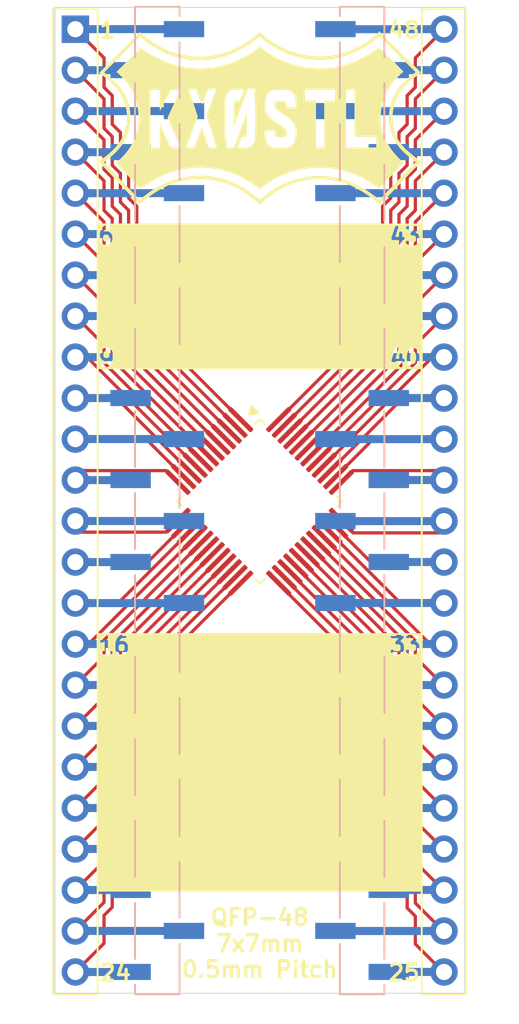
<source format=kicad_pcb>
(kicad_pcb (version 20241229) (generator "pcbnew") (generator_version "9.0")
  (layers (0 "F.Cu" signal) (2 "B.Cu" signal) (13 "F.Paste" user) (15 "B.Paste" user) (5 "F.SilkS" user "F.Silkscreen") (7 "B.SilkS" user "B.Silkscreen") (1 "F.Mask" user) (3 "B.Mask" user) (25 "Edge.Cuts" user))
  (net 0 "")
  (net 1 "/27")
  (net 2 "/10")
  (net 3 "/3")
  (net 4 "/6")
  (net 5 "/8")
  (net 6 "/1")
  (net 7 "/31")
  (net 8 "/7")
  (net 9 "/28")
  (net 10 "/2")
  (net 11 "/32")
  (net 12 "/24")
  (net 13 "/23")
  (net 14 "/19")
  (net 15 "/20")
  (net 16 "/18")
  (net 17 "/9")
  (net 18 "/14")
  (net 19 "/34")
  (net 20 "/26")
  (net 21 "/21")
  (net 22 "/16")
  (net 23 "/29")
  (net 24 "/15")
  (net 25 "/25")
  (net 26 "/30")
  (net 27 "/33")
  (net 28 "/17")
  (net 29 "/5")
  (net 30 "/4")
  (net 31 "/13")
  (net 32 "/12")
  (net 33 "/11")
  (net 34 "/22")
  (net 35 "/43")
  (net 36 "/40")
  (net 37 "/41")
  (net 38 "/48")
  (net 39 "/35")
  (net 40 "/37")
  (net 41 "/45")
  (net 42 "/47")
  (net 43 "/39")
  (net 44 "/46")
  (net 45 "/44")
  (net 46 "/42")
  (net 47 "/38")
  (net 48 "/36")
  (footprint "Package_QFP:LQFP-48_7x7mm_P0.5mm" (layer "F.Cu") (at 138.43 120.65 -45)
    (property "Reference" "U101" (hide yes))
    (property "Value" "QFN-48")
  )
  (footprint "libraries:LogoSmall" (layer "F.Cu") (at 138.430934 96.897121)
    (property "Reference" "G***" (hide yes))
    (property "Value" "LOGO" (hide yes))
  )
  (footprint "Connector_PinHeader_2.54mm:PinHeader_1x24_P2.54mm_Vertical" (layer "F.Cu") (at 127 91.392144)
    (property "Reference" "J101" (hide yes))
    (property "Value" "Conn_01x26")
  )
  (footprint "Connector_PinHeader_2.54mm:PinHeader_1x24_P2.54mm_Vertical" (layer "F.Cu") (at 149.86 91.392144)
    (property "Reference" "J102" (hide yes))
    (property "Value" "Conn_01x26")
  )
  (footprint "Connector_PinHeader_2.54mm:PinHeader_1x24_P2.54mm_Vertical_SMD_Pin1Left" (layer "B.Cu") (at 132.08 120.597144 180)
    (property "Reference" "J103" (hide yes))
    (property "Value" "Conn_01x26" (hide yes))
  )
  (footprint "Connector_PinHeader_2.54mm:PinHeader_1x24_P2.54mm_Vertical_SMD_Pin1Right" (layer "B.Cu") (at 144.78 120.597144 180)
    (property "Reference" "J104" (hide yes))
    (property "Value" "Conn_01x26" (hide yes))
  )
  (gr_rect (start 130.357355 106.256355) (end 146.453355 112.403355) (stroke (width 0.1)) (fill yes) (layer "F.SilkS"))
  (gr_rect (start 128.397 130.272) (end 148.463 144.78) (stroke (width 0.1)) (fill yes) (layer "F.SilkS"))
  (gr_rect (start 129.387 103.48) (end 146.483 112.421) (stroke (width 0.1)) (fill yes) (layer "F.SilkS"))
  (gr_rect (start 130.362 128.863) (end 146.418 135.01) (stroke (width 0.1)) (fill yes) (layer "F.SilkS"))
  (gr_rect (start 128.397 104.858) (end 148.463 111.0235) (stroke (width 0.1)) (fill yes) (layer "F.SilkS"))
  (gr_rect (start 125.73 90.043) (end 151.13 151.13) (stroke (width 0.05)) (fill no) (layer "Edge.Cuts"))
  (gr_text "33" (at 148.544181 129.575964 0) (layer "F.SilkS" knockout) (effects (font (size 1 1) (thickness 0.2) (bold yes)) (justify right)))
  (gr_text "48" (at 148.463 91.44 0) (layer "F.SilkS") (effects (font (size 1 1) (thickness 0.2) (bold yes)) (justify right)))
  (gr_text "25" (at 148.463 149.86 0) (layer "F.SilkS") (effects (font (size 1 1) (thickness 0.2) (bold yes)) (justify right)))
  (gr_text "9" (at 128.32 111.79 0) (layer "F.SilkS" knockout) (effects (font (size 1 1) (thickness 0.2) (bold yes)) (justify left)))
  (gr_text "QFP-48\n7x7mm\n0.5mm Pitch" (at 138.43 150.241 0) (layer "F.SilkS") (effects (font (size 1 1) (thickness 0.2) (bold yes)) (justify bottom)))
  (gr_text "43" (at 148.54 104.24 0) (layer "F.SilkS" knockout) (effects (font (size 1 1) (thickness 0.2) (bold yes)) (justify right)))
  (gr_text "16" (at 128.31 129.57 0) (layer "F.SilkS" knockout) (effects (font (size 1 1) (thickness 0.2) (bold yes)) (justify left)))
  (gr_text "6" (at 128.3 104.19 0) (layer "F.SilkS" knockout) (effects (font (size 1 1) (thickness 0.2) (bold yes)) (justify left)))
  (gr_text "40" (at 148.55 111.79 0) (layer "F.SilkS" knockout) (effects (font (size 1 1) (thickness 0.2) (bold yes)) (justify right)))
  (gr_text "1" (at 128.397 91.44 0) (layer "F.SilkS") (effects (font (size 1 1) (thickness 0.2) (bold yes)) (justify left)))
  (gr_text "24" (at 128.397 149.86 0) (layer "F.SilkS") (effects (font (size 1 1) (thickness 0.2) (bold yes)) (justify left)))
  (segment (start 148.082 141.271856) (end 148.082 143.002) (width 0.2) (layer "F.Cu") (net 1))
  (segment (start 146.558 136.191856) (end 147.066 136.699856) (width 0.2) (layer "F.Cu") (net 1))
  (segment (start 147.574 138.985856) (end 147.574 140.763856) (width 0.2) (layer "F.Cu") (net 1))
  (segment (start 140.312672 125.055402) (end 145.542 130.28473) (width 0.2) (layer "F.Cu") (net 1))
  (segment (start 145.542 131.619856) (end 146.05 132.127856) (width 0.2) (layer "F.Cu") (net 1))
  (segment (start 145.542 130.28473) (end 145.542 131.619856) (width 0.2) (layer "F.Cu") (net 1))
  (segment (start 147.066 138.477856) (end 147.574 138.985856) (width 0.2) (layer "F.Cu") (net 1))
  (segment (start 147.574 140.763856) (end 148.082 141.271856) (width 0.2) (layer "F.Cu") (net 1))
  (segment (start 146.05 133.905856) (end 146.558 134.413856) (width 0.2) (layer "F.Cu") (net 1))
  (segment (start 148.082 143.002) (end 149.86 144.78) (width 0.2) (layer "F.Cu") (net 1))
  (segment (start 146.558 134.413856) (end 146.558 136.191856) (width 0.2) (layer "F.Cu") (net 1))
  (segment (start 147.066 136.699856) (end 147.066 138.477856) (width 0.2) (layer "F.Cu") (net 1))
  (segment (start 146.05 132.127856) (end 146.05 133.905856) (width 0.2) (layer "F.Cu") (net 1))
  (segment (start 146.435 144.727144) (end 149.855 144.727144) (width 0.5) (layer "B.Cu") (net 1))
  (segment (start 149.855 144.727144) (end 149.86 144.732144) (width 0.5) (layer "B.Cu") (net 1))
  (segment (start 134.072454 118.767328) (end 129.55727 114.252144) (width 0.2) (layer "F.Cu") (net 2))
  (segment (start 129.55727 114.252144) (end 127 114.252144) (width 0.2) (layer "F.Cu") (net 2))
  (segment (start 127.005 114.247144) (end 127 114.252144) (width 0.5) (layer "B.Cu") (net 2))
  (segment (start 130.425 114.247144) (end 127.005 114.247144) (width 0.5) (layer "B.Cu") (net 2))
  (segment (start 131.318 111.063126) (end 131.318 109.728) (width 0.2) (layer "F.Cu") (net 3))
  (segment (start 130.302 105.156) (end 129.794 104.648) (width 0.2) (layer "F.Cu") (net 3))
  (segment (start 130.81 109.22) (end 130.81 107.442) (width 0.2) (layer "F.Cu") (net 3))
  (segment (start 136.547328 116.292454) (end 131.318 111.063126) (width 0.2) (layer "F.Cu") (net 3))
  (segment (start 129.794 104.648) (end 129.794 102.87) (width 0.2) (layer "F.Cu") (net 3))
  (segment (start 129.794 102.87) (end 129.286 102.362) (width 0.2) (layer "F.Cu") (net 3))
  (segment (start 129.286 100.584) (end 128.778 100.076) (width 0.2) (layer "F.Cu") (net 3))
  (segment (start 130.81 107.442) (end 130.302 106.934) (width 0.2) (layer "F.Cu") (net 3))
  (segment (start 129.286 102.362) (end 129.286 100.584) (width 0.2) (layer "F.Cu") (net 3))
  (segment (start 128.778 100.076) (end 128.778 98.250144) (width 0.2) (layer "F.Cu") (net 3))
  (segment (start 130.302 106.934) (end 130.302 105.156) (width 0.2) (layer "F.Cu") (net 3))
  (segment (start 131.318 109.728) (end 130.81 109.22) (width 0.2) (layer "F.Cu") (net 3))
  (segment (start 128.778 98.250144) (end 127 96.472144) (width 0.2) (layer "F.Cu") (net 3))
  (segment (start 127.005 96.467144) (end 127 96.472144) (width 0.5) (layer "B.Cu") (net 3))
  (segment (start 133.735 96.467144) (end 127.005 96.467144) (width 0.5) (layer "B.Cu") (net 3))
  (segment (start 128.778 105.870144) (end 127 104.092144) (width 0.2) (layer "F.Cu") (net 4))
  (segment (start 129.794 111.660447) (end 129.794 110.49) (width 0.2) (layer "F.Cu") (net 4))
  (segment (start 135.486668 117.353115) (end 129.794 111.660447) (width 0.2) (layer "F.Cu") (net 4))
  (segment (start 129.794 110.49) (end 129.286 109.982) (width 0.2) (layer "F.Cu") (net 4))
  (segment (start 128.778 107.696) (end 128.778 105.870144) (width 0.2) (layer "F.Cu") (net 4))
  (segment (start 129.286 108.204) (end 128.778 107.696) (width 0.2) (layer "F.Cu") (net 4))
  (segment (start 129.286 109.982) (end 129.286 108.204) (width 0.2) (layer "F.Cu") (net 4))
  (segment (start 127.005 104.087144) (end 127 104.092144) (width 0.5) (layer "B.Cu") (net 4))
  (segment (start 130.425 104.087144) (end 127.005 104.087144) (width 0.5) (layer "B.Cu") (net 4))
  (segment (start 134.779561 118.060221) (end 128.778 112.05866) (width 0.2) (layer "F.Cu") (net 5))
  (segment (start 128.778 112.05866) (end 128.778 110.950144) (width 0.2) (layer "F.Cu") (net 5))
  (segment (start 128.778 110.950144) (end 127 109.172144) (width 0.2) (layer "F.Cu") (net 5))
  (segment (start 130.425 109.167144) (end 127.005 109.167144) (width 0.5) (layer "B.Cu") (net 5))
  (segment (start 127.005 109.167144) (end 127 109.172144) (width 0.5) (layer "B.Cu") (net 5))
  (segment (start 137.254435 115.585348) (end 132.334 110.664913) (width 0.2) (layer "F.Cu") (net 6))
  (segment (start 130.302 100.076) (end 129.794 99.568) (width 0.2) (layer "F.Cu") (net 6))
  (segment (start 131.826 106.934) (end 131.318 106.426) (width 0.2) (layer "F.Cu") (net 6))
  (segment (start 130.81 104.14) (end 130.81 102.362) (width 0.2) (layer "F.Cu") (net 6))
  (segment (start 131.826 108.712) (end 131.826 106.934) (width 0.2) (layer "F.Cu") (net 6))
  (segment (start 128.778 93.170144) (end 127 91.392144) (width 0.2) (layer "F.Cu") (net 6))
  (segment (start 131.318 106.426) (end 131.318 104.648) (width 0.2) (layer "F.Cu") (net 6))
  (segment (start 128.778 94.996) (end 128.778 93.170144) (width 0.2) (layer "F.Cu") (net 6))
  (segment (start 129.286 97.282) (end 129.286 95.504) (width 0.2) (layer "F.Cu") (net 6))
  (segment (start 131.318 104.648) (end 130.81 104.14) (width 0.2) (layer "F.Cu") (net 6))
  (segment (start 130.81 102.362) (end 130.302 101.854) (width 0.2) (layer "F.Cu") (net 6))
  (segment (start 130.302 101.854) (end 130.302 100.076) (width 0.2) (layer "F.Cu") (net 6))
  (segment (start 129.794 97.79) (end 129.286 97.282) (width 0.2) (layer "F.Cu") (net 6))
  (segment (start 129.794 99.568) (end 129.794 97.79) (width 0.2) (layer "F.Cu") (net 6))
  (segment (start 132.334 109.22) (end 131.826 108.712) (width 0.2) (layer "F.Cu") (net 6))
  (segment (start 129.286 95.504) (end 128.778 94.996) (width 0.2) (layer "F.Cu") (net 6))
  (segment (start 132.334 110.664913) (end 132.334 109.22) (width 0.2) (layer "F.Cu") (net 6))
  (segment (start 133.735 91.387144) (end 127.005 91.387144) (width 0.5) (layer "B.Cu") (net 6))
  (segment (start 127.005 91.387144) (end 127 91.392144) (width 0.5) (layer "B.Cu") (net 6))
  (segment (start 147.574 130.603856) (end 148.082 131.111856) (width 0.2) (layer "F.Cu") (net 7))
  (segment (start 141.726885 123.641188) (end 147.574 129.488303) (width 0.2) (layer "F.Cu") (net 7))
  (segment (start 148.082 132.842) (end 149.86 134.62) (width 0.2) (layer "F.Cu") (net 7))
  (segment (start 147.574 129.488303) (end 147.574 130.603856) (width 0.2) (layer "F.Cu") (net 7))
  (segment (start 148.082 131.111856) (end 148.082 132.842) (width 0.2) (layer "F.Cu") (net 7))
  (segment (start 149.855 134.567144) (end 149.86 134.572144) (width 0.5) (layer "B.Cu") (net 7))
  (segment (start 146.435 134.567144) (end 149.855 134.567144) (width 0.5) (layer "B.Cu") (net 7))
  (segment (start 135.133115 117.706668) (end 129.286 111.859553) (width 0.2) (layer "F.Cu") (net 8))
  (segment (start 129.286 110.744) (end 128.778 110.236) (width 0.2) (layer "F.Cu") (net 8))
  (segment (start 129.286 111.859553) (end 129.286 110.744) (width 0.2) (layer "F.Cu") (net 8))
  (segment (start 128.778 108.410144) (end 127 106.632144) (width 0.2) (layer "F.Cu") (net 8))
  (segment (start 128.778 110.236) (end 128.778 108.410144) (width 0.2) (layer "F.Cu") (net 8))
  (segment (start 127 106.632144) (end 133.73 106.632144) (width 0.5) (layer "B.Cu") (net 8))
  (segment (start 133.73 106.632144) (end 133.735 106.627144) (width 0.5) (layer "B.Cu") (net 8))
  (segment (start 147.066 135.937856) (end 147.574 136.445856) (width 0.2) (layer "F.Cu") (net 9))
  (segment (start 147.574 138.223856) (end 148.082 138.731856) (width 0.2) (layer "F.Cu") (net 9))
  (segment (start 148.082 138.731856) (end 148.082 140.462) (width 0.2) (layer "F.Cu") (net 9))
  (segment (start 146.05 131.365856) (end 146.558 131.873856) (width 0.2) (layer "F.Cu") (net 9))
  (segment (start 146.05 130.085621) (end 146.05 131.365856) (width 0.2) (layer "F.Cu") (net 9))
  (segment (start 140.666226 124.701847) (end 146.05 130.085621) (width 0.2) (layer "F.Cu") (net 9))
  (segment (start 147.574 136.445856) (end 147.574 138.223856) (width 0.2) (layer "F.Cu") (net 9))
  (segment (start 146.558 131.873856) (end 146.558 133.651856) (width 0.2) (layer "F.Cu") (net 9))
  (segment (start 147.066 134.159856) (end 147.066 135.937856) (width 0.2) (layer "F.Cu") (net 9))
  (segment (start 148.082 140.462) (end 149.86 142.24) (width 0.2) (layer "F.Cu") (net 9))
  (segment (start 146.558 133.651856) (end 147.066 134.159856) (width 0.2) (layer "F.Cu") (net 9))
  (segment (start 149.855 142.187144) (end 149.86 142.192144) (width 0.5) (layer "B.Cu") (net 9))
  (segment (start 143.125 142.187144) (end 149.855 142.187144) (width 0.5) (layer "B.Cu") (net 9))
  (segment (start 129.286 99.822) (end 129.286 98.044) (width 0.2) (layer "F.Cu") (net 10))
  (segment (start 128.778 97.536) (end 128.778 95.710144) (width 0.2) (layer "F.Cu") (net 10))
  (segment (start 136.900882 115.938901) (end 131.826 110.864019) (width 0.2) (layer "F.Cu") (net 10))
  (segment (start 130.81 104.902) (end 130.302 104.394) (width 0.2) (layer "F.Cu") (net 10))
  (segment (start 130.81 106.68) (end 130.81 104.902) (width 0.2) (layer "F.Cu") (net 10))
  (segment (start 129.286 98.044) (end 128.778 97.536) (width 0.2) (layer "F.Cu") (net 10))
  (segment (start 129.794 100.33) (end 129.286 99.822) (width 0.2) (layer "F.Cu") (net 10))
  (segment (start 130.302 102.616) (end 129.794 102.108) (width 0.2) (layer "F.Cu") (net 10))
  (segment (start 131.826 110.864019) (end 131.826 109.474) (width 0.2) (layer "F.Cu") (net 10))
  (segment (start 128.778 95.710144) (end 127 93.932144) (width 0.2) (layer "F.Cu") (net 10))
  (segment (start 130.302 104.394) (end 130.302 102.616) (width 0.2) (layer "F.Cu") (net 10))
  (segment (start 129.794 102.108) (end 129.794 100.33) (width 0.2) (layer "F.Cu") (net 10))
  (segment (start 131.318 108.966) (end 131.318 107.188) (width 0.2) (layer "F.Cu") (net 10))
  (segment (start 131.826 109.474) (end 131.318 108.966) (width 0.2) (layer "F.Cu") (net 10))
  (segment (start 131.318 107.188) (end 130.81 106.68) (width 0.2) (layer "F.Cu") (net 10))
  (segment (start 127 93.932144) (end 130.42 93.932144) (width 0.5) (layer "B.Cu") (net 10))
  (segment (start 130.42 93.932144) (end 130.425 93.927144) (width 0.5) (layer "B.Cu") (net 10))
  (segment (start 148.082 129.289196) (end 148.082 130.302) (width 0.2) (layer "F.Cu") (net 11))
  (segment (start 142.080439 123.287635) (end 148.082 129.289196) (width 0.2) (layer "F.Cu") (net 11))
  (segment (start 148.082 130.302) (end 149.86 132.08) (width 0.2) (layer "F.Cu") (net 11))
  (segment (start 149.86 132.032144) (end 143.13 132.032144) (width 0.5) (layer "B.Cu") (net 11))
  (segment (start 143.13 132.032144) (end 143.125 132.027144) (width 0.5) (layer "B.Cu") (net 11))
  (segment (start 129.794 143.51) (end 129.286 144.018) (width 0.2) (layer "F.Cu") (net 12))
  (segment (start 128.778 146.304) (end 128.778 148.034144) (width 0.2) (layer "F.Cu") (net 12))
  (segment (start 130.81 137.16) (end 130.81 138.938) (width 0.2) (layer "F.Cu") (net 12))
  (segment (start 137.254435 125.714652) (end 132.334 130.635087) (width 0.2) (layer "F.Cu") (net 12))
  (segment (start 131.318 136.652) (end 130.81 137.16) (width 0.2) (layer "F.Cu") (net 12))
  (segment (start 131.318 134.874) (end 131.318 136.652) (width 0.2) (layer "F.Cu") (net 12))
  (segment (start 129.794 141.732) (end 129.794 143.51) (width 0.2) (layer "F.Cu") (net 12))
  (segment (start 132.334 130.635087) (end 132.334 132.08) (width 0.2) (layer "F.Cu") (net 12))
  (segment (start 130.81 138.938) (end 130.302 139.446) (width 0.2) (layer "F.Cu") (net 12))
  (segment (start 128.778 148.034144) (end 127 149.812144) (width 0.2) (layer "F.Cu") (net 12))
  (segment (start 130.302 141.224) (end 129.794 141.732) (width 0.2) (layer "F.Cu") (net 12))
  (segment (start 132.334 132.08) (end 131.826 132.588) (width 0.2) (layer "F.Cu") (net 12))
  (segment (start 129.286 145.796) (end 128.778 146.304) (width 0.2) (layer "F.Cu") (net 12))
  (segment (start 131.826 132.588) (end 131.826 134.366) (width 0.2) (layer "F.Cu") (net 12))
  (segment (start 130.302 139.446) (end 130.302 141.224) (width 0.2) (layer "F.Cu") (net 12))
  (segment (start 129.286 144.018) (end 129.286 145.796) (width 0.2) (layer "F.Cu") (net 12))
  (segment (start 131.826 134.366) (end 131.318 134.874) (width 0.2) (layer "F.Cu") (net 12))
  (segment (start 130.42 149.812144) (end 130.425 149.807144) (width 0.5) (layer "B.Cu") (net 12))
  (segment (start 127 149.812144) (end 130.42 149.812144) (width 0.5) (layer "B.Cu") (net 12))
  (segment (start 130.302 136.906) (end 130.302 138.684) (width 0.2) (layer "F.Cu") (net 13))
  (segment (start 136.900882 125.361099) (end 131.826 130.435981) (width 0.2) (layer "F.Cu") (net 13))
  (segment (start 129.794 140.97) (end 129.286 141.478) (width 0.2) (layer "F.Cu") (net 13))
  (segment (start 131.826 131.826) (end 131.318 132.334) (width 0.2) (layer "F.Cu") (net 13))
  (segment (start 130.302 138.684) (end 129.794 139.192) (width 0.2) (layer "F.Cu") (net 13))
  (segment (start 128.778 143.764) (end 128.778 145.494144) (width 0.2) (layer "F.Cu") (net 13))
  (segment (start 131.318 132.334) (end 131.318 134.112) (width 0.2) (layer "F.Cu") (net 13))
  (segment (start 130.81 136.398) (end 130.302 136.906) (width 0.2) (layer "F.Cu") (net 13))
  (segment (start 131.318 134.112) (end 130.81 134.62) (width 0.2) (layer "F.Cu") (net 13))
  (segment (start 130.81 134.62) (end 130.81 136.398) (width 0.2) (layer "F.Cu") (net 13))
  (segment (start 129.286 141.478) (end 129.286 143.256) (width 0.2) (layer "F.Cu") (net 13))
  (segment (start 131.826 130.435981) (end 131.826 131.826) (width 0.2) (layer "F.Cu") (net 13))
  (segment (start 128.778 145.494144) (end 127 147.272144) (width 0.2) (layer "F.Cu") (net 13))
  (segment (start 129.794 139.192) (end 129.794 140.97) (width 0.2) (layer "F.Cu") (net 13))
  (segment (start 129.286 143.256) (end 128.778 143.764) (width 0.2) (layer "F.Cu") (net 13))
  (segment (start 133.735 147.267144) (end 127.005 147.267144) (width 0.5) (layer "B.Cu") (net 13))
  (segment (start 127.005 147.267144) (end 127 147.272144) (width 0.5) (layer "B.Cu") (net 13))
  (segment (start 129.286 131.318) (end 129.286 133.096) (width 0.2) (layer "F.Cu") (net 14))
  (segment (start 128.778 135.334144) (end 127 137.112144) (width 0.2) (layer "F.Cu") (net 14))
  (segment (start 129.794 130.81) (end 129.286 131.318) (width 0.2) (layer "F.Cu") (net 14))
  (segment (start 135.486668 123.946885) (end 129.794 129.639553) (width 0.2) (layer "F.Cu") (net 14))
  (segment (start 128.778 133.604) (end 128.778 135.334144) (width 0.2) (layer "F.Cu") (net 14))
  (segment (start 129.794 129.639553) (end 129.794 130.81) (width 0.2) (layer "F.Cu") (net 14))
  (segment (start 129.286 133.096) (end 128.778 133.604) (width 0.2) (layer "F.Cu") (net 14))
  (segment (start 133.735 137.107144) (end 127.005 137.107144) (width 0.5) (layer "B.Cu") (net 14))
  (segment (start 127.005 137.107144) (end 127 137.112144) (width 0.5) (layer "B.Cu") (net 14))
  (segment (start 128.778 137.874144) (end 127 139.652144) (width 0.2) (layer "F.Cu") (net 15))
  (segment (start 130.302 131.064) (end 129.794 131.572) (width 0.2) (layer "F.Cu") (net 15))
  (segment (start 129.794 131.572) (end 129.794 133.35) (width 0.2) (layer "F.Cu") (net 15))
  (segment (start 129.794 133.35) (end 129.286 133.858) (width 0.2) (layer "F.Cu") (net 15))
  (segment (start 130.302 129.83866) (end 130.302 131.064) (width 0.2) (layer "F.Cu") (net 15))
  (segment (start 135.840221 124.300439) (end 130.302 129.83866) (width 0.2) (layer "F.Cu") (net 15))
  (segment (start 128.778 136.144) (end 128.778 137.874144) (width 0.2) (layer "F.Cu") (net 15))
  (segment (start 129.286 133.858) (end 129.286 135.636) (width 0.2) (layer "F.Cu") (net 15))
  (segment (start 129.286 135.636) (end 128.778 136.144) (width 0.2) (layer "F.Cu") (net 15))
  (segment (start 127 139.652144) (end 130.42 139.652144) (width 0.5) (layer "B.Cu") (net 15))
  (segment (start 130.42 139.652144) (end 130.425 139.647144) (width 0.5) (layer "B.Cu") (net 15))
  (segment (start 129.286 130.556) (end 128.778 131.064) (width 0.2) (layer "F.Cu") (net 16))
  (segment (start 129.286 129.440447) (end 129.286 130.556) (width 0.2) (layer "F.Cu") (net 16))
  (segment (start 128.778 131.064) (end 128.778 132.794144) (width 0.2) (layer "F.Cu") (net 16))
  (segment (start 128.778 132.794144) (end 127 134.572144) (width 0.2) (layer "F.Cu") (net 16))
  (segment (start 135.133115 123.593332) (end 129.286 129.440447) (width 0.2) (layer "F.Cu") (net 16))
  (segment (start 130.425 134.567144) (end 127.005 134.567144) (width 0.5) (layer "B.Cu") (net 16))
  (segment (start 127.005 134.567144) (end 127 134.572144) (width 0.5) (layer "B.Cu") (net 16))
  (segment (start 134.426009 118.413774) (end 127.724379 111.712144) (width 0.2) (layer "F.Cu") (net 17))
  (segment (start 127.724379 111.712144) (end 127 111.712144) (width 0.2) (layer "F.Cu") (net 17))
  (segment (start 127 111.712144) (end 133.73 111.712144) (width 0.5) (layer "B.Cu") (net 17))
  (segment (start 133.73 111.712144) (end 133.735 111.707144) (width 0.5) (layer "B.Cu") (net 17))
  (segment (start 133.718901 122.179118) (end 131.485875 124.412144) (width 0.2) (layer "F.Cu") (net 18))
  (segment (start 131.485875 124.412144) (end 127 124.412144) (width 0.2) (layer "F.Cu") (net 18))
  (segment (start 130.42 124.412144) (end 130.425 124.407144) (width 0.5) (layer "B.Cu") (net 18))
  (segment (start 127 124.412144) (end 130.42 124.412144) (width 0.5) (layer "B.Cu") (net 18))
  (segment (start 142.787546 122.580528) (end 147.207018 127) (width 0.2) (layer "F.Cu") (net 19))
  (segment (start 147.207018 127) (end 149.86 127) (width 0.2) (layer "F.Cu") (net 19))
  (segment (start 149.855 126.947144) (end 149.86 126.952144) (width 0.5) (layer "B.Cu") (net 19))
  (segment (start 143.125 126.947144) (end 149.855 126.947144) (width 0.5) (layer "B.Cu") (net 19))
  (segment (start 147.574 143.303856) (end 148.082 143.811856) (width 0.2) (layer "F.Cu") (net 20))
  (segment (start 147.066 139.239856) (end 147.066 141.017856) (width 0.2) (layer "F.Cu") (net 20))
  (segment (start 145.542 132.381856) (end 145.542 134.159856) (width 0.2) (layer "F.Cu") (net 20))
  (segment (start 139.959118 125.408955) (end 145.034 130.483837) (width 0.2) (layer "F.Cu") (net 20))
  (segment (start 146.05 134.667856) (end 146.05 136.445856) (width 0.2) (layer "F.Cu") (net 20))
  (segment (start 148.082 145.542) (end 149.86 147.32) (width 0.2) (layer "F.Cu") (net 20))
  (segment (start 145.034 131.873856) (end 145.542 132.381856) (width 0.2) (layer "F.Cu") (net 20))
  (segment (start 147.574 141.525856) (end 147.574 143.303856) (width 0.2) (layer "F.Cu") (net 20))
  (segment (start 148.082 143.811856) (end 148.082 145.542) (width 0.2) (layer "F.Cu") (net 20))
  (segment (start 146.05 136.445856) (end 146.558 136.953856) (width 0.2) (layer "F.Cu") (net 20))
  (segment (start 147.066 141.017856) (end 147.574 141.525856) (width 0.2) (layer "F.Cu") (net 20))
  (segment (start 146.558 138.731856) (end 147.066 139.239856) (width 0.2) (layer "F.Cu") (net 20))
  (segment (start 145.034 130.483837) (end 145.034 131.873856) (width 0.2) (layer "F.Cu") (net 20))
  (segment (start 146.558 136.953856) (end 146.558 138.731856) (width 0.2) (layer "F.Cu") (net 20))
  (segment (start 145.542 134.159856) (end 146.05 134.667856) (width 0.2) (layer "F.Cu") (net 20))
  (segment (start 143.13 147.272144) (end 143.125 147.267144) (width 0.5) (layer "B.Cu") (net 20))
  (segment (start 149.86 147.272144) (end 143.13 147.272144) (width 0.5) (layer "B.Cu") (net 20))
  (segment (start 129.286 138.176) (end 128.778 138.684) (width 0.2) (layer "F.Cu") (net 21))
  (segment (start 128.778 140.414144) (end 127 142.192144) (width 0.2) (layer "F.Cu") (net 21))
  (segment (start 130.302 133.604) (end 129.794 134.112) (width 0.2) (layer "F.Cu") (net 21))
  (segment (start 129.794 135.89) (end 129.286 136.398) (width 0.2) (layer "F.Cu") (net 21))
  (segment (start 130.81 131.318) (end 130.302 131.826) (width 0.2) (layer "F.Cu") (net 21))
  (segment (start 128.778 138.684) (end 128.778 140.414144) (width 0.2) (layer "F.Cu") (net 21))
  (segment (start 129.286 136.398) (end 129.286 138.176) (width 0.2) (layer "F.Cu") (net 21))
  (segment (start 130.81 130.037765) (end 130.81 131.318) (width 0.2) (layer "F.Cu") (net 21))
  (segment (start 130.302 131.826) (end 130.302 133.604) (width 0.2) (layer "F.Cu") (net 21))
  (segment (start 136.193774 124.653991) (end 130.81 130.037765) (width 0.2) (layer "F.Cu") (net 21))
  (segment (start 129.794 134.112) (end 129.794 135.89) (width 0.2) (layer "F.Cu") (net 21))
  (segment (start 133.735 142.187144) (end 127.005 142.187144) (width 0.5) (layer "B.Cu") (net 21))
  (segment (start 127.005 142.187144) (end 127 142.192144) (width 0.5) (layer "B.Cu") (net 21))
  (segment (start 134.426009 122.886226) (end 127.820091 129.492144) (width 0.2) (layer "F.Cu") (net 22))
  (segment (start 127.820091 129.492144) (end 127 129.492144) (width 0.2) (layer "F.Cu") (net 22))
  (segment (start 130.425 129.487144) (end 127.005 129.487144) (width 0.5) (layer "B.Cu") (net 22))
  (segment (start 127.005 129.487144) (end 127 129.492144) (width 0.5) (layer "B.Cu") (net 22))
  (segment (start 141.019779 124.348295) (end 146.558 129.886516) (width 0.2) (layer "F.Cu") (net 23))
  (segment (start 147.066 133.397856) (end 147.574 133.905856) (width 0.2) (layer "F.Cu") (net 23))
  (segment (start 147.574 135.683856) (end 148.082 136.191856) (width 0.2) (layer "F.Cu") (net 23))
  (segment (start 147.066 131.619856) (end 147.066 133.397856) (width 0.2) (layer "F.Cu") (net 23))
  (segment (start 146.558 129.886516) (end 146.558 131.111856) (width 0.2) (layer "F.Cu") (net 23))
  (segment (start 146.558 131.111856) (end 147.066 131.619856) (width 0.2) (layer "F.Cu") (net 23))
  (segment (start 148.082 136.191856) (end 148.082 137.922) (width 0.2) (layer "F.Cu") (net 23))
  (segment (start 148.082 137.922) (end 149.86 139.7) (width 0.2) (layer "F.Cu") (net 23))
  (segment (start 147.574 133.905856) (end 147.574 135.683856) (width 0.2) (layer "F.Cu") (net 23))
  (segment (start 146.44 139.652144) (end 146.435 139.647144) (width 0.5) (layer "B.Cu") (net 23))
  (segment (start 149.86 139.652144) (end 146.44 139.652144) (width 0.5) (layer "B.Cu") (net 23))
  (segment (start 134.072454 122.532672) (end 129.652982 126.952144) (width 0.2) (layer "F.Cu") (net 24))
  (segment (start 129.652982 126.952144) (end 127 126.952144) (width 0.2) (layer "F.Cu") (net 24))
  (segment (start 127 126.952144) (end 133.73 126.952144) (width 0.5) (layer "B.Cu") (net 24))
  (segment (start 133.73 126.952144) (end 133.735 126.947144) (width 0.5) (layer "B.Cu") (net 24))
  (segment (start 146.558 139.493856) (end 146.558 141.271856) (width 0.2) (layer "F.Cu") (net 25))
  (segment (start 139.605565 125.762508) (end 144.526 130.682943) (width 0.2) (layer "F.Cu") (net 25))
  (segment (start 147.066 141.779856) (end 147.066 143.557856) (width 0.2) (layer "F.Cu") (net 25))
  (segment (start 147.574 144.065856) (end 147.574 145.843856) (width 0.2) (layer "F.Cu") (net 25))
  (segment (start 144.526 130.682943) (end 144.526 132.127856) (width 0.2) (layer "F.Cu") (net 25))
  (segment (start 146.558 141.271856) (end 147.066 141.779856) (width 0.2) (layer "F.Cu") (net 25))
  (segment (start 148.082 146.351856) (end 148.082 148.082) (width 0.2) (layer "F.Cu") (net 25))
  (segment (start 147.574 145.843856) (end 148.082 146.351856) (width 0.2) (layer "F.Cu") (net 25))
  (segment (start 144.526 132.127856) (end 145.034 132.635856) (width 0.2) (layer "F.Cu") (net 25))
  (segment (start 146.05 137.207856) (end 146.05 138.985856) (width 0.2) (layer "F.Cu") (net 25))
  (segment (start 148.082 148.082) (end 149.86 149.86) (width 0.2) (layer "F.Cu") (net 25))
  (segment (start 145.542 134.921856) (end 145.542 136.699856) (width 0.2) (layer "F.Cu") (net 25))
  (segment (start 146.05 138.985856) (end 146.558 139.493856) (width 0.2) (layer "F.Cu") (net 25))
  (segment (start 145.542 136.699856) (end 146.05 137.207856) (width 0.2) (layer "F.Cu") (net 25))
  (segment (start 147.066 143.557856) (end 147.574 144.065856) (width 0.2) (layer "F.Cu") (net 25))
  (segment (start 145.034 134.413856) (end 145.542 134.921856) (width 0.2) (layer "F.Cu") (net 25))
  (segment (start 145.034 132.635856) (end 145.034 134.413856) (width 0.2) (layer "F.Cu") (net 25))
  (segment (start 146.435 149.807144) (end 149.855 149.807144) (width 0.5) (layer "B.Cu") (net 25))
  (segment (start 149.855 149.807144) (end 149.86 149.812144) (width 0.5) (layer "B.Cu") (net 25))
  (segment (start 147.066 129.687409) (end 147.066 130.857856) (width 0.2) (layer "F.Cu") (net 26))
  (segment (start 147.066 130.857856) (end 147.574 131.365856) (width 0.2) (layer "F.Cu") (net 26))
  (segment (start 147.574 133.143856) (end 148.082 133.651856) (width 0.2) (layer "F.Cu") (net 26))
  (segment (start 141.373332 123.994741) (end 147.066 129.687409) (width 0.2) (layer "F.Cu") (net 26))
  (segment (start 148.082 135.382) (end 149.86 137.16) (width 0.2) (layer "F.Cu") (net 26))
  (segment (start 148.082 133.651856) (end 148.082 135.382) (width 0.2) (layer "F.Cu") (net 26))
  (segment (start 147.574 131.365856) (end 147.574 133.143856) (width 0.2) (layer "F.Cu") (net 26))
  (segment (start 143.13 137.112144) (end 143.125 137.107144) (width 0.5) (layer "B.Cu") (net 26))
  (segment (start 149.86 137.112144) (end 143.13 137.112144) (width 0.5) (layer "B.Cu") (net 26))
  (segment (start 149.039909 129.54) (end 149.86 129.54) (width 0.2) (layer "F.Cu") (net 27))
  (segment (start 142.433991 122.934082) (end 149.039909 129.54) (width 0.2) (layer "F.Cu") (net 27))
  (segment (start 146.435 129.487144) (end 149.855 129.487144) (width 0.5) (layer "B.Cu") (net 27))
  (segment (start 149.855 129.487144) (end 149.86 129.492144) (width 0.5) (layer "B.Cu") (net 27))
  (segment (start 128.778 130.254144) (end 127 132.032144) (width 0.2) (layer "F.Cu") (net 28))
  (segment (start 128.778 129.24134) (end 128.778 130.254144) (width 0.2) (layer "F.Cu") (net 28))
  (segment (start 134.779561 123.239779) (end 128.778 129.24134) (width 0.2) (layer "F.Cu") (net 28))
  (segment (start 133.73 132.032144) (end 133.735 132.027144) (width 0.5) (layer "B.Cu") (net 28))
  (segment (start 127 132.032144) (end 133.73 132.032144) (width 0.5) (layer "B.Cu") (net 28))
  (segment (start 129.286 105.664) (end 128.778 105.156) (width 0.2) (layer "F.Cu") (net 29))
  (segment (start 128.778 105.156) (end 128.778 103.330144) (width 0.2) (layer "F.Cu") (net 29))
  (segment (start 129.286 107.442) (end 129.286 105.664) (width 0.2) (layer "F.Cu") (net 29))
  (segment (start 130.302 111.46134) (end 130.302 110.236) (width 0.2) (layer "F.Cu") (net 29))
  (segment (start 128.778 103.330144) (end 127 101.552144) (width 0.2) (layer "F.Cu") (net 29))
  (segment (start 130.302 110.236) (end 129.794 109.728) (width 0.2) (layer "F.Cu") (net 29))
  (segment (start 129.794 109.728) (end 129.794 107.95) (width 0.2) (layer "F.Cu") (net 29))
  (segment (start 129.794 107.95) (end 129.286 107.442) (width 0.2) (layer "F.Cu") (net 29))
  (segment (start 135.840221 116.999561) (end 130.302 111.46134) (width 0.2) (layer "F.Cu") (net 29))
  (segment (start 133.73 101.552144) (end 133.735 101.547144) (width 0.5) (layer "B.Cu") (net 29))
  (segment (start 127 101.552144) (end 133.73 101.552144) (width 0.5) (layer "B.Cu") (net 29))
  (segment (start 129.286 104.902) (end 129.286 103.124) (width 0.2) (layer "F.Cu") (net 30))
  (segment (start 129.286 103.124) (end 128.778 102.616) (width 0.2) (layer "F.Cu") (net 30))
  (segment (start 128.778 100.790144) (end 127 99.012144) (width 0.2) (layer "F.Cu") (net 30))
  (segment (start 130.302 109.474) (end 130.302 107.696) (width 0.2) (layer "F.Cu") (net 30))
  (segment (start 130.81 109.982) (end 130.302 109.474) (width 0.2) (layer "F.Cu") (net 30))
  (segment (start 128.778 102.616) (end 128.778 100.790144) (width 0.2) (layer "F.Cu") (net 30))
  (segment (start 130.302 107.696) (end 129.794 107.188) (width 0.2) (layer "F.Cu") (net 30))
  (segment (start 129.794 105.41) (end 129.286 104.902) (width 0.2) (layer "F.Cu") (net 30))
  (segment (start 129.794 107.188) (end 129.794 105.41) (width 0.2) (layer "F.Cu") (net 30))
  (segment (start 130.81 111.262235) (end 130.81 109.982) (width 0.2) (layer "F.Cu") (net 30))
  (segment (start 136.193774 116.646009) (end 130.81 111.262235) (width 0.2) (layer "F.Cu") (net 30))
  (segment (start 130.42 99.012144) (end 130.425 99.007144) (width 0.5) (layer "B.Cu") (net 30))
  (segment (start 127 99.012144) (end 130.42 99.012144) (width 0.5) (layer "B.Cu") (net 30))
  (segment (start 133.365348 121.825565) (end 132.635913 122.555) (width 0.2) (layer "F.Cu") (net 31))
  (segment (start 128.016 122.555) (end 126.955256 122.555) (width 0.2) (layer "F.Cu") (net 31))
  (segment (start 132.635913 122.555) (end 128.016 122.555) (width 0.2) (layer "F.Cu") (net 31))
  (segment (start 126.955256 122.555) (end 126.908935 122.508679) (width 0.2) (layer "F.Cu") (net 31))
  (segment (start 128.016 122.555) (end 127.682856 122.555) (width 0.2) (layer "F.Cu") (net 31))
  (segment (start 133.735 121.867144) (end 127.005 121.867144) (width 0.5) (layer "B.Cu") (net 31))
  (segment (start 127.005 121.867144) (end 127 121.872144) (width 0.5) (layer "B.Cu") (net 31))
  (segment (start 127.254 118.745) (end 126.873 119.126) (width 0.2) (layer "F.Cu") (net 32))
  (segment (start 133.365348 119.474435) (end 132.635913 118.745) (width 0.2) (layer "F.Cu") (net 32))
  (segment (start 126.873 119.126) (end 127 119.126) (width 0.2) (layer "F.Cu") (net 32))
  (segment (start 127.587144 118.745) (end 127 119.332144) (width 0.2) (layer "F.Cu") (net 32))
  (segment (start 132.635913 118.745) (end 127.889 118.745) (width 0.2) (layer "F.Cu") (net 32))
  (segment (start 127.889 118.745) (end 127.587144 118.745) (width 0.2) (layer "F.Cu") (net 32))
  (segment (start 127.889 118.745) (end 127.254 118.745) (width 0.2) (layer "F.Cu") (net 32))
  (segment (start 127 119.332144) (end 130.42 119.332144) (width 0.5) (layer "B.Cu") (net 32))
  (segment (start 130.42 119.332144) (end 130.425 119.327144) (width 0.5) (layer "B.Cu") (net 32))
  (segment (start 131.390163 116.792144) (end 127 116.792144) (width 0.2) (layer "F.Cu") (net 33))
  (segment (start 133.718901 119.120882) (end 131.390163 116.792144) (width 0.2) (layer "F.Cu") (net 33))
  (segment (start 133.735 116.787144) (end 127.005 116.787144) (width 0.5) (layer "B.Cu") (net 33))
  (segment (start 127.005 116.787144) (end 127 116.792144) (width 0.5) (layer "B.Cu") (net 33))
  (segment (start 129.286 140.716) (end 128.778 141.224) (width 0.2) (layer "F.Cu") (net 34))
  (segment (start 130.81 132.08) (end 130.81 133.858) (width 0.2) (layer "F.Cu") (net 34))
  (segment (start 129.286 138.938) (end 129.286 140.716) (width 0.2) (layer "F.Cu") (net 34))
  (segment (start 129.794 136.652) (end 129.794 138.43) (width 0.2) (layer "F.Cu") (net 34))
  (segment (start 129.794 138.43) (end 129.286 138.938) (width 0.2) (layer "F.Cu") (net 34))
  (segment (start 128.778 141.224) (end 128.778 142.954144) (width 0.2) (layer "F.Cu") (net 34))
  (segment (start 130.81 133.858) (end 130.302 134.366) (width 0.2) (layer "F.Cu") (net 34))
  (segment (start 136.547328 125.007546) (end 131.318 130.236874) (width 0.2) (layer "F.Cu") (net 34))
  (segment (start 131.318 131.572) (end 130.81 132.08) (width 0.2) (layer "F.Cu") (net 34))
  (segment (start 130.302 134.366) (end 130.302 136.144) (width 0.2) (layer "F.Cu") (net 34))
  (segment (start 130.302 136.144) (end 129.794 136.652) (width 0.2) (layer "F.Cu") (net 34))
  (segment (start 128.778 142.954144) (end 127 144.732144) (width 0.2) (layer "F.Cu") (net 34))
  (segment (start 131.318 130.236874) (end 131.318 131.572) (width 0.2) (layer "F.Cu") (net 34))
  (segment (start 130.42 144.732144) (end 130.425 144.727144) (width 0.5) (layer "B.Cu") (net 34))
  (segment (start 127 144.732144) (end 130.42 144.732144) (width 0.5) (layer "B.Cu") (net 34))
  (segment (start 147.065999 110.49) (end 147.574 109.982) (width 0.2) (layer "F.Cu") (net 35))
  (segment (start 147.574 109.982) (end 147.574001 108.204) (width 0.2) (layer "F.Cu") (net 35))
  (segment (start 148.081999 105.870144) (end 149.86 104.092144) (width 0.2) (layer "F.Cu") (net 35))
  (segment (start 148.082 107.696) (end 148.081999 105.870144) (width 0.2) (layer "F.Cu") (net 35))
  (segment (start 147.065999 111.660447) (end 147.065999 110.49) (width 0.2) (layer "F.Cu") (net 35))
  (segment (start 141.373332 117.353115) (end 147.065999 111.660447) (width 0.2) (layer "F.Cu") (net 35))
  (segment (start 147.574001 108.204) (end 148.082 107.696) (width 0.2) (layer "F.Cu") (net 35))
  (segment (start 149.855 104.087144) (end 149.86 104.092144) (width 0.5) (layer "B.Cu") (net 35))
  (segment (start 146.435 104.087144) (end 149.855 104.087144) (width 0.5) (layer "B.Cu") (net 35))
  (segment (start 142.433991 118.413774) (end 149.135621 111.712144) (width 0.2) (layer "F.Cu") (net 36))
  (segment (start 149.135621 111.712144) (end 149.86 111.712144) (width 0.2) (layer "F.Cu") (net 36))
  (segment (start 143.13 111.712144) (end 143.125 111.707144) (width 0.5) (layer "B.Cu") (net 36))
  (segment (start 149.86 111.712144) (end 143.13 111.712144) (width 0.5) (layer "B.Cu") (net 36))
  (segment (start 142.080439 118.060221) (end 148.082 112.05866) (width 0.2) (layer "F.Cu") (net 37))
  (segment (start 148.082 110.950144) (end 149.86 109.172144) (width 0.2) (layer "F.Cu") (net 37))
  (segment (start 148.082 112.05866) (end 148.082 110.950144) (width 0.2) (layer "F.Cu") (net 37))
  (segment (start 149.855 109.167144) (end 149.86 109.172144) (width 0.5) (layer "B.Cu") (net 37))
  (segment (start 146.435 109.167144) (end 149.855 109.167144) (width 0.5) (layer "B.Cu") (net 37))
  (segment (start 148.081999 93.170144) (end 149.86 91.392144) (width 0.2) (layer "F.Cu") (net 38))
  (segment (start 146.558 100.076) (end 147.066 99.568) (width 0.2) (layer "F.Cu") (net 38))
  (segment (start 145.034 106.934) (end 145.542 106.426) (width 0.2) (layer "F.Cu") (net 38))
  (segment (start 147.066 99.568) (end 147.065999 97.79) (width 0.2) (layer "F.Cu") (net 38))
  (segment (start 146.558 101.854) (end 146.558 100.076) (width 0.2) (layer "F.Cu") (net 38))
  (segment (start 147.574 97.282) (end 147.574 95.503999) (width 0.2) (layer "F.Cu") (net 38))
  (segment (start 144.526 109.22) (end 145.034 108.712) (width 0.2) (layer "F.Cu") (net 38))
  (segment (start 147.574 95.503999) (end 148.081999 94.996) (width 0.2) (layer "F.Cu") (net 38))
  (segment (start 139.605565 115.585348) (end 144.526 110.664913) (width 0.2) (layer "F.Cu") (net 38))
  (segment (start 146.05 102.362) (end 146.558 101.854) (width 0.2) (layer "F.Cu") (net 38))
  (segment (start 148.081999 94.996) (end 148.081999 93.170144) (width 0.2) (layer "F.Cu") (net 38))
  (segment (start 145.034 108.712) (end 145.034 106.934) (width 0.2) (layer "F.Cu") (net 38))
  (segment (start 146.05 104.14) (end 146.05 102.362) (width 0.2) (layer "F.Cu") (net 38))
  (segment (start 145.542 106.426) (end 145.542 104.648) (width 0.2) (layer "F.Cu") (net 38))
  (segment (start 147.065999 97.79) (end 147.574 97.282) (width 0.2) (layer "F.Cu") (net 38))
  (segment (start 145.542 104.648) (end 146.05 104.14) (width 0.2) (layer "F.Cu") (net 38))
  (segment (start 144.526 110.664913) (end 144.526 109.22) (width 0.2) (layer "F.Cu") (net 38))
  (segment (start 149.86 91.392144) (end 143.13 91.392144) (width 0.5) (layer "B.Cu") (net 38))
  (segment (start 143.13 91.392144) (end 143.125 91.387144) (width 0.5) (layer "B.Cu") (net 38))
  (segment (start 145.374125 124.46) (end 149.86 124.46) (width 0.2) (layer "F.Cu") (net 39))
  (segment (start 143.141099 122.226974) (end 145.374125 124.46) (width 0.2) (layer "F.Cu") (net 39))
  (segment (start 149.855 124.407144) (end 149.86 124.412144) (width 0.5) (layer "B.Cu") (net 39))
  (segment (start 146.435 124.407144) (end 149.855 124.407144) (width 0.5) (layer "B.Cu") (net 39))
  (segment (start 148.971 118.745) (end 149.606 118.745) (width 0.2) (layer "F.Cu") (net 40))
  (segment (start 149.272856 118.745) (end 149.86 119.332144) (width 0.2) (layer "F.Cu") (net 40))
  (segment (start 144.224087 118.745) (end 148.971 118.745) (width 0.2) (layer "F.Cu") (net 40))
  (segment (start 143.494652 119.474435) (end 144.224087 118.745) (width 0.2) (layer "F.Cu") (net 40))
  (segment (start 149.606 118.745) (end 149.987 119.126) (width 0.2) (layer "F.Cu") (net 40))
  (segment (start 148.971 118.745) (end 149.272856 118.745) (width 0.2) (layer "F.Cu") (net 40))
  (segment (start 149.987 119.126) (end 149.86 119.126) (width 0.2) (layer "F.Cu") (net 40))
  (segment (start 149.855 119.327144) (end 149.86 119.332144) (width 0.5) (layer "B.Cu") (net 40))
  (segment (start 146.435 119.327144) (end 149.855 119.327144) (width 0.5) (layer "B.Cu") (net 40))
  (segment (start 148.082 102.616) (end 148.082 100.790144) (width 0.2) (layer "F.Cu") (net 41))
  (segment (start 140.666226 116.646009) (end 146.05 111.262235) (width 0.2) (layer "F.Cu") (net 41))
  (segment (start 146.05 109.982) (end 146.558001 109.474) (width 0.2) (layer "F.Cu") (net 41))
  (segment (start 146.558 107.696) (end 147.066 107.188) (width 0.2) (layer "F.Cu") (net 41))
  (segment (start 148.082 100.790144) (end 149.86 99.012144) (width 0.2) (layer "F.Cu") (net 41))
  (segment (start 147.574 104.902) (end 147.574 103.124) (width 0.2) (layer "F.Cu") (net 41))
  (segment (start 146.558001 109.474) (end 146.558 107.696) (width 0.2) (layer "F.Cu") (net 41))
  (segment (start 147.066 107.188) (end 147.066 105.41) (width 0.2) (layer "F.Cu") (net 41))
  (segment (start 147.066 105.41) (end 147.574 104.902) (width 0.2) (layer "F.Cu") (net 41))
  (segment (start 146.05 111.262235) (end 146.05 109.982) (width 0.2) (layer "F.Cu") (net 41))
  (segment (start 147.574 103.124) (end 148.082 102.616) (width 0.2) (layer "F.Cu") (net 41))
  (segment (start 149.855 99.007144) (end 149.86 99.012144) (width 0.5) (layer "B.Cu") (net 41))
  (segment (start 146.435 99.007144) (end 149.855 99.007144) (width 0.5) (layer "B.Cu") (net 41))
  (segment (start 145.542 108.966) (end 145.542 107.188) (width 0.2) (layer "F.Cu") (net 42))
  (segment (start 146.05 104.901999) (end 146.558 104.394) (width 0.2) (layer "F.Cu") (net 42))
  (segment (start 147.574001 98.044) (end 148.082 97.536) (width 0.2) (layer "F.Cu") (net 42))
  (segment (start 146.558 104.394) (end 146.558 102.616) (width 0.2) (layer "F.Cu") (net 42))
  (segment (start 145.034 109.474) (end 145.542 108.966) (width 0.2) (layer "F.Cu") (net 42))
  (segment (start 146.05 106.68) (end 146.05 104.901999) (width 0.2) (layer "F.Cu") (net 42))
  (segment (start 145.034 110.864019) (end 145.034 109.474) (width 0.2) (layer "F.Cu") (net 42))
  (segment (start 147.066 100.33) (end 147.574001 99.822) (width 0.2) (layer "F.Cu") (net 42))
  (segment (start 148.082 97.536) (end 148.082 95.710144) (width 0.2) (layer "F.Cu") (net 42))
  (segment (start 139.959118 115.938901) (end 145.034 110.864019) (width 0.2) (layer "F.Cu") (net 42))
  (segment (start 148.082 95.710144) (end 149.86 93.932144) (width 0.2) (layer "F.Cu") (net 42))
  (segment (start 147.065999 102.108) (end 147.066 100.33) (width 0.2) (layer "F.Cu") (net 42))
  (segment (start 146.558 102.616) (end 147.065999 102.108) (width 0.2) (layer "F.Cu") (net 42))
  (segment (start 147.574001 99.822) (end 147.574001 98.044) (width 0.2) (layer "F.Cu") (net 42))
  (segment (start 145.542 107.188) (end 146.05 106.68) (width 0.2) (layer "F.Cu") (net 42))
  (segment (start 146.435 93.927144) (end 149.855 93.927144) (width 0.5) (layer "B.Cu") (net 42))
  (segment (start 149.855 93.927144) (end 149.86 93.932144) (width 0.5) (layer "B.Cu") (net 42))
  (segment (start 142.787546 118.767328) (end 147.30273 114.252144) (width 0.2) (layer "F.Cu") (net 43))
  (segment (start 147.30273 114.252144) (end 149.86 114.252144) (width 0.2) (layer "F.Cu") (net 43))
  (segment (start 149.855 114.247144) (end 149.86 114.252144) (width 0.5) (layer "B.Cu") (net 43))
  (segment (start 146.435 114.247144) (end 149.855 114.247144) (width 0.5) (layer "B.Cu") (net 43))
  (segment (start 146.558001 105.156) (end 147.066 104.648) (width 0.2) (layer "F.Cu") (net 44))
  (segment (start 145.542 111.063126) (end 145.542 109.728) (width 0.2) (layer "F.Cu") (net 44))
  (segment (start 148.082 98.250144) (end 149.86 96.472144) (width 0.2) (layer "F.Cu") (net 44))
  (segment (start 148.082 100.076) (end 148.082 98.250144) (width 0.2) (layer "F.Cu") (net 44))
  (segment (start 147.066 102.87) (end 147.574 102.362) (width 0.2) (layer "F.Cu") (net 44))
  (segment (start 140.312672 116.292454) (end 145.542 111.063126) (width 0.2) (layer "F.Cu") (net 44))
  (segment (start 147.574 100.584) (end 148.082 100.076) (width 0.2) (layer "F.Cu") (net 44))
  (segment (start 147.574 102.362) (end 147.574 100.584) (width 0.2) (layer "F.Cu") (net 44))
  (segment (start 146.558001 106.934) (end 146.558001 105.156) (width 0.2) (layer "F.Cu") (net 44))
  (segment (start 145.542 109.728) (end 146.049999 109.22) (width 0.2) (layer "F.Cu") (net 44))
  (segment (start 146.049999 109.22) (end 146.05 107.442001) (width 0.2) (layer "F.Cu") (net 44))
  (segment (start 146.05 107.442001) (end 146.558001 106.934) (width 0.2) (layer "F.Cu") (net 44))
  (segment (start 147.066 104.648) (end 147.066 102.87) (width 0.2) (layer "F.Cu") (net 44))
  (segment (start 149.86 96.472144) (end 143.13 96.472144) (width 0.5) (layer "B.Cu") (net 44))
  (segment (start 143.13 96.472144) (end 143.125 96.467144) (width 0.5) (layer "B.Cu") (net 44))
  (segment (start 146.558 111.46134) (end 146.558 110.236) (width 0.2) (layer "F.Cu") (net 45))
  (segment (start 147.066 107.949999) (end 147.574 107.442) (width 0.2) (layer "F.Cu") (net 45))
  (segment (start 141.019779 116.999561) (end 146.558 111.46134) (width 0.2) (layer "F.Cu") (net 45))
  (segment (start 146.558 110.236) (end 147.066 109.728) (width 0.2) (layer "F.Cu") (net 45))
  (segment (start 148.081999 105.156) (end 148.082 103.330143) (width 0.2) (layer "F.Cu") (net 45))
  (segment (start 147.574 105.664) (end 148.081999 105.156) (width 0.2) (layer "F.Cu") (net 45))
  (segment (start 147.574 107.442) (end 147.574 105.664) (width 0.2) (layer "F.Cu") (net 45))
  (segment (start 147.066 109.728) (end 147.066 107.949999) (width 0.2) (layer "F.Cu") (net 45))
  (segment (start 148.082 103.330143) (end 149.86 101.552144) (width 0.2) (layer "F.Cu") (net 45))
  (segment (start 143.13 101.552144) (end 143.125 101.547144) (width 0.5) (layer "B.Cu") (net 45))
  (segment (start 149.86 101.552144) (end 143.13 101.552144) (width 0.5) (layer "B.Cu") (net 45))
  (segment (start 148.082 108.410144) (end 149.86 106.632144) (width 0.2) (layer "F.Cu") (net 46))
  (segment (start 147.574 110.744) (end 148.082 110.236) (width 0.2) (layer "F.Cu") (net 46))
  (segment (start 148.082 110.236) (end 148.082 108.410144) (width 0.2) (layer "F.Cu") (net 46))
  (segment (start 141.726885 117.706668) (end 147.574 111.859553) (width 0.2) (layer "F.Cu") (net 46))
  (segment (start 147.574 111.859553) (end 147.574 110.744) (width 0.2) (layer "F.Cu") (net 46))
  (segment (start 149.86 106.632144) (end 143.13 106.632144) (width 0.5) (layer "B.Cu") (net 46))
  (segment (start 143.13 106.632144) (end 143.125 106.627144) (width 0.5) (layer "B.Cu") (net 46))
  (segment (start 145.469837 116.792144) (end 149.86 116.792144) (width 0.2) (layer "F.Cu") (net 47))
  (segment (start 143.141099 119.120882) (end 145.469837 116.792144) (width 0.2) (layer "F.Cu") (net 47))
  (segment (start 143.13 116.792144) (end 143.125 116.787144) (width 0.5) (layer "B.Cu") (net 47))
  (segment (start 149.86 116.792144) (end 143.13 116.792144) (width 0.5) (layer "B.Cu") (net 47))
  (segment (start 144.224087 122.602856) (end 148.844 122.602856) (width 0.2) (layer "F.Cu") (net 48))
  (segment (start 143.494652 121.873421) (end 144.224087 122.602856) (width 0.2) (layer "F.Cu") (net 48))
  (segment (start 148.844 122.602856) (end 149.177144 122.602856) (width 0.2) (layer "F.Cu") (net 48))
  (segment (start 149.904744 122.602856) (end 149.951065 122.556535) (width 0.2) (layer "F.Cu") (net 48))
  (segment (start 148.844 122.602856) (end 149.904744 122.602856) (width 0.2) (layer "F.Cu") (net 48))
  (segment (start 143.13 121.872144) (end 143.125 121.867144) (width 0.5) (layer "B.Cu") (net 48))
  (segment (start 149.86 121.872144) (end 143.13 121.872144) (width 0.5) (layer "B.Cu") (net 48))
)
</source>
